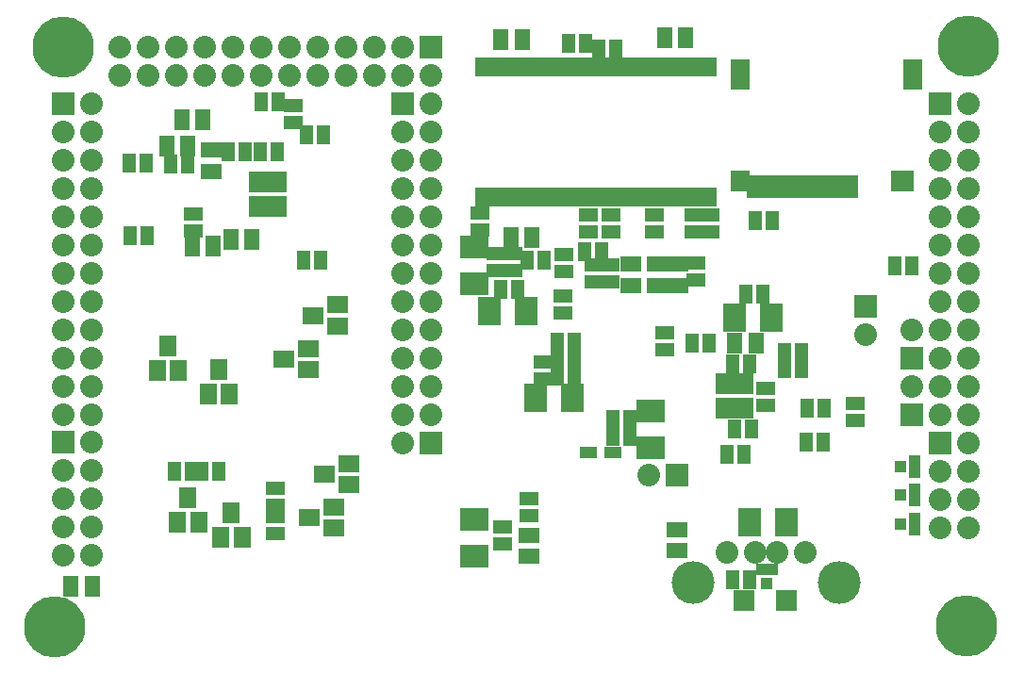
<source format=gbs>
G04 (created by PCBNEW-RS274X (2011-05-31)-stable) date Fri 24 Feb 2012 05:38:00 PM COT*
G01*
G70*
G90*
%MOIN*%
G04 Gerber Fmt 3.4, Leading zero omitted, Abs format*
%FSLAX34Y34*%
G04 APERTURE LIST*
%ADD10C,0.006000*%
%ADD11C,0.216900*%
%ADD12R,0.075100X0.075100*%
%ADD13R,0.059300X0.043600*%
%ADD14R,0.046000X0.082000*%
%ADD15R,0.082000X0.074000*%
%ADD16R,0.066000X0.106000*%
%ADD17R,0.066000X0.074000*%
%ADD18R,0.075000X0.055000*%
%ADD19R,0.045000X0.065000*%
%ADD20R,0.065000X0.045000*%
%ADD21R,0.080000X0.080000*%
%ADD22C,0.080000*%
%ADD23R,0.080000X0.100000*%
%ADD24R,0.100000X0.080000*%
%ADD25R,0.055000X0.075000*%
%ADD26R,0.043600X0.039600*%
%ADD27R,0.039600X0.043600*%
%ADD28R,0.032600X0.066000*%
%ADD29R,0.067200X0.075100*%
%ADD30R,0.059300X0.075100*%
%ADD31R,0.075100X0.059300*%
%ADD32C,0.151000*%
G04 APERTURE END LIST*
G54D10*
G54D11*
X66425Y-54988D03*
X34500Y-34500D03*
X34197Y-55031D03*
X66500Y-34499D03*
G54D12*
X60055Y-54079D03*
X58559Y-54079D03*
G54D13*
X53059Y-48839D03*
X53925Y-48839D03*
G54D14*
X62356Y-39449D03*
X61926Y-39449D03*
X61496Y-39449D03*
X61056Y-39449D03*
X60626Y-39449D03*
X60196Y-39449D03*
X59756Y-39449D03*
X59326Y-39449D03*
X58896Y-39449D03*
G54D15*
X64166Y-39249D03*
G54D16*
X64526Y-35469D03*
X58426Y-35469D03*
G54D17*
X58416Y-39249D03*
G54D18*
X54563Y-42192D03*
X54563Y-42942D03*
G54D19*
X64493Y-42244D03*
X63893Y-42244D03*
G54D20*
X62496Y-47706D03*
X62496Y-47106D03*
G54D21*
X65500Y-36500D03*
G54D22*
X66500Y-36500D03*
X65500Y-37500D03*
X66500Y-37500D03*
X65500Y-38500D03*
X66500Y-38500D03*
X65500Y-39500D03*
X66500Y-39500D03*
X65500Y-40500D03*
X66500Y-40500D03*
X65500Y-41500D03*
X66500Y-41500D03*
X65500Y-42500D03*
X66500Y-42500D03*
X65500Y-43500D03*
X66500Y-43500D03*
X65500Y-44500D03*
X66500Y-44500D03*
X65500Y-45500D03*
X66500Y-45500D03*
X65500Y-46500D03*
X66500Y-46500D03*
X65500Y-47500D03*
X66500Y-47500D03*
G54D23*
X51200Y-46921D03*
X52500Y-46921D03*
G54D24*
X55236Y-47385D03*
X55236Y-48685D03*
G54D23*
X50839Y-43835D03*
X49539Y-43835D03*
G54D24*
X49008Y-42867D03*
X49008Y-41567D03*
G54D19*
X53401Y-34567D03*
X54001Y-34567D03*
X52957Y-34390D03*
X52357Y-34390D03*
G54D20*
X49228Y-40369D03*
X49228Y-40969D03*
X56791Y-40452D03*
X56791Y-41052D03*
X57366Y-40452D03*
X57366Y-41052D03*
X53055Y-40448D03*
X53055Y-41048D03*
X53835Y-40448D03*
X53835Y-41048D03*
X55378Y-40452D03*
X55378Y-41052D03*
X55740Y-44625D03*
X55740Y-45225D03*
G54D19*
X50536Y-43067D03*
X49936Y-43067D03*
G54D20*
X50024Y-51480D03*
X50024Y-52080D03*
X50945Y-50480D03*
X50945Y-51080D03*
X51453Y-45642D03*
X51453Y-46242D03*
G54D19*
X51936Y-44961D03*
X52536Y-44961D03*
X51944Y-45556D03*
X52544Y-45556D03*
X51944Y-46143D03*
X52544Y-46143D03*
X53928Y-48272D03*
X54528Y-48272D03*
X53928Y-47697D03*
X54528Y-47697D03*
X58936Y-40657D03*
X59536Y-40657D03*
G54D20*
X52185Y-42446D03*
X52185Y-41846D03*
X53831Y-42831D03*
X53831Y-42231D03*
X53264Y-42831D03*
X53264Y-42231D03*
X50373Y-42419D03*
X50373Y-41819D03*
G54D19*
X51489Y-42055D03*
X50889Y-42055D03*
G54D20*
X49799Y-42419D03*
X49799Y-41819D03*
X52146Y-43302D03*
X52146Y-43902D03*
G54D19*
X52913Y-41756D03*
X53513Y-41756D03*
G54D20*
X56854Y-42745D03*
X56854Y-42145D03*
G54D21*
X65500Y-48500D03*
G54D22*
X66500Y-48500D03*
X65500Y-49500D03*
X66500Y-49500D03*
X65500Y-50500D03*
X66500Y-50500D03*
X65500Y-51500D03*
X66500Y-51500D03*
G54D21*
X64500Y-47500D03*
G54D22*
X64500Y-46500D03*
G54D21*
X64500Y-45500D03*
G54D22*
X64500Y-44500D03*
G54D21*
X47500Y-48500D03*
G54D22*
X46500Y-48500D03*
G54D21*
X62851Y-43673D03*
G54D22*
X62851Y-44673D03*
G54D23*
X58212Y-44091D03*
X59512Y-44091D03*
G54D20*
X59311Y-46586D03*
X59311Y-47186D03*
G54D19*
X58765Y-45717D03*
X58165Y-45717D03*
X57940Y-48929D03*
X58540Y-48929D03*
X60779Y-47287D03*
X61379Y-47287D03*
X59999Y-45307D03*
X60599Y-45307D03*
X60747Y-48469D03*
X61347Y-48469D03*
X59999Y-45878D03*
X60599Y-45878D03*
X57320Y-44969D03*
X56720Y-44969D03*
X58228Y-48031D03*
X58828Y-48031D03*
X58621Y-43264D03*
X59221Y-43264D03*
G54D21*
X46500Y-36500D03*
G54D22*
X47500Y-36500D03*
X46500Y-37500D03*
X47500Y-37500D03*
X46500Y-38500D03*
X47500Y-38500D03*
X46500Y-39500D03*
X47500Y-39500D03*
X46500Y-40500D03*
X47500Y-40500D03*
X46500Y-41500D03*
X47500Y-41500D03*
X46500Y-42500D03*
X47500Y-42500D03*
X46500Y-43500D03*
X47500Y-43500D03*
X46500Y-44500D03*
X47500Y-44500D03*
X46500Y-45500D03*
X47500Y-45500D03*
X46500Y-46500D03*
X47500Y-46500D03*
X46500Y-47500D03*
X47500Y-47500D03*
G54D19*
X58149Y-53358D03*
X58749Y-53358D03*
G54D18*
X56197Y-51574D03*
X56197Y-52324D03*
X56224Y-42946D03*
X56224Y-42196D03*
G54D25*
X58219Y-44988D03*
X58969Y-44988D03*
G54D18*
X55472Y-42946D03*
X55472Y-42196D03*
G54D23*
X58748Y-51311D03*
X60048Y-51311D03*
G54D26*
X64590Y-49166D03*
X64590Y-49558D03*
X64080Y-49362D03*
G54D27*
X59170Y-52985D03*
X59562Y-52985D03*
X59366Y-53495D03*
G54D26*
X64594Y-51178D03*
X64594Y-51570D03*
X64084Y-51374D03*
X64594Y-50158D03*
X64594Y-50550D03*
X64084Y-50354D03*
G54D28*
X57416Y-39800D03*
X57416Y-35220D03*
X57160Y-39800D03*
X57160Y-35220D03*
X56904Y-39800D03*
X56904Y-35220D03*
X56648Y-39800D03*
X56648Y-35220D03*
X56392Y-39800D03*
X56392Y-35220D03*
X56136Y-39800D03*
X56136Y-35220D03*
X55880Y-39800D03*
X55880Y-35220D03*
X55624Y-39800D03*
X55624Y-35220D03*
X55368Y-39800D03*
X55368Y-35220D03*
X55112Y-39800D03*
X55112Y-35220D03*
X54856Y-39800D03*
X54856Y-35220D03*
X54600Y-39800D03*
X54600Y-35220D03*
X54344Y-39800D03*
X54344Y-35220D03*
X54088Y-39800D03*
X54088Y-35220D03*
X53832Y-39800D03*
X53832Y-35220D03*
X53576Y-39800D03*
X53576Y-35220D03*
X53320Y-39800D03*
X53320Y-35220D03*
X53064Y-39800D03*
X53064Y-35220D03*
X52808Y-39800D03*
X52808Y-35220D03*
X52552Y-39800D03*
X52552Y-35220D03*
X52296Y-39800D03*
X52296Y-35220D03*
X52040Y-39800D03*
X52040Y-35220D03*
X51784Y-39800D03*
X51784Y-35220D03*
X51528Y-39800D03*
X51528Y-35220D03*
X51272Y-39800D03*
X51272Y-35220D03*
X51016Y-39800D03*
X51016Y-35220D03*
X50760Y-39800D03*
X50760Y-35220D03*
X50504Y-39800D03*
X50504Y-35220D03*
X50248Y-39800D03*
X50248Y-35220D03*
X49992Y-39800D03*
X49992Y-35220D03*
X49736Y-39800D03*
X49736Y-35220D03*
X49480Y-39800D03*
X49480Y-35220D03*
X49224Y-39800D03*
X49224Y-35220D03*
G54D29*
X57898Y-47299D03*
X57898Y-46433D03*
X58567Y-46433D03*
X58567Y-47299D03*
G54D18*
X50938Y-51779D03*
X50938Y-52529D03*
G54D25*
X51064Y-41240D03*
X50314Y-41240D03*
G54D21*
X56193Y-49654D03*
G54D22*
X55193Y-49654D03*
G54D25*
X50710Y-34260D03*
X49960Y-34260D03*
X34763Y-53579D03*
X35513Y-53579D03*
X55743Y-34181D03*
X56493Y-34181D03*
X38673Y-37070D03*
X39423Y-37070D03*
G54D18*
X39705Y-38914D03*
X39705Y-38164D03*
G54D25*
X38895Y-38011D03*
X38145Y-38011D03*
G54D19*
X40919Y-38216D03*
X40319Y-38216D03*
X41457Y-38216D03*
X42057Y-38216D03*
X38891Y-38665D03*
X38291Y-38665D03*
X42996Y-42066D03*
X43596Y-42066D03*
X37423Y-38610D03*
X36823Y-38610D03*
X37458Y-41173D03*
X36858Y-41173D03*
G54D20*
X39095Y-41012D03*
X39095Y-40412D03*
G54D19*
X43688Y-37609D03*
X43088Y-37609D03*
G54D24*
X49032Y-51232D03*
X49032Y-52532D03*
G54D21*
X34500Y-36500D03*
G54D22*
X35500Y-36500D03*
X34500Y-37500D03*
X35500Y-37500D03*
X34500Y-38500D03*
X35500Y-38500D03*
X34500Y-39500D03*
X35500Y-39500D03*
X34500Y-40500D03*
X35500Y-40500D03*
X34500Y-41500D03*
X35500Y-41500D03*
X34500Y-42500D03*
X35500Y-42500D03*
X34500Y-43500D03*
X35500Y-43500D03*
X34500Y-44500D03*
X35500Y-44500D03*
X34500Y-45500D03*
X35500Y-45500D03*
X34500Y-46500D03*
X35500Y-46500D03*
X34500Y-47500D03*
X35500Y-47500D03*
G54D21*
X47500Y-34500D03*
G54D22*
X47500Y-35500D03*
X46500Y-34500D03*
X46500Y-35500D03*
X45500Y-34500D03*
X45500Y-35500D03*
X44500Y-34500D03*
X44500Y-35500D03*
X43500Y-34500D03*
X43500Y-35500D03*
X42500Y-34500D03*
X42500Y-35500D03*
X41500Y-34500D03*
X41500Y-35500D03*
X40500Y-34500D03*
X40500Y-35500D03*
X39500Y-34500D03*
X39500Y-35500D03*
X38500Y-34500D03*
X38500Y-35500D03*
X37500Y-34500D03*
X37500Y-35500D03*
X36500Y-34500D03*
X36500Y-35500D03*
G54D20*
X42615Y-37170D03*
X42615Y-36570D03*
G54D19*
X39393Y-49510D03*
X39993Y-49510D03*
X39012Y-49514D03*
X38412Y-49514D03*
G54D30*
X39272Y-51309D03*
X38524Y-51309D03*
X38898Y-50443D03*
X40803Y-51856D03*
X40055Y-51856D03*
X40429Y-50990D03*
G54D20*
X42000Y-51107D03*
X42000Y-51707D03*
X42000Y-50719D03*
X42000Y-50119D03*
G54D31*
X44571Y-49234D03*
X44571Y-49982D03*
X43705Y-49608D03*
X44063Y-50781D03*
X44063Y-51529D03*
X43197Y-51155D03*
G54D30*
X38561Y-45939D03*
X37813Y-45939D03*
X38187Y-45073D03*
X40363Y-46771D03*
X39615Y-46771D03*
X39989Y-45905D03*
G54D31*
X44195Y-43626D03*
X44195Y-44374D03*
X43329Y-44000D03*
X43148Y-45177D03*
X43148Y-45925D03*
X42282Y-45551D03*
G54D19*
X42074Y-36436D03*
X41474Y-36436D03*
G54D21*
X34490Y-48499D03*
G54D22*
X35490Y-48499D03*
X34490Y-49499D03*
X35490Y-49499D03*
X34490Y-50499D03*
X35490Y-50499D03*
X34490Y-51499D03*
X35490Y-51499D03*
X34490Y-52499D03*
X35490Y-52499D03*
G54D29*
X42057Y-39278D03*
X42057Y-40144D03*
X41388Y-40144D03*
X41388Y-39278D03*
G54D22*
X59729Y-52371D03*
X58941Y-52371D03*
X60713Y-52371D03*
G54D32*
X61920Y-53441D03*
X56750Y-53441D03*
G54D22*
X57957Y-52371D03*
G54D25*
X39047Y-41551D03*
X39797Y-41551D03*
X41159Y-41307D03*
X40409Y-41307D03*
M02*

</source>
